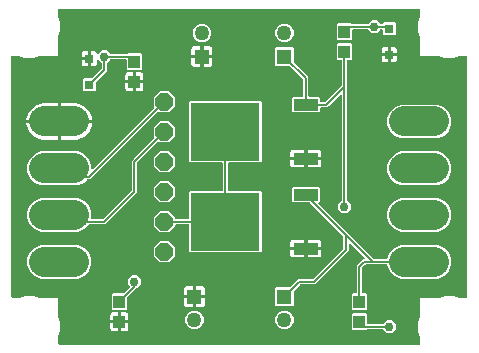
<source format=gbr>
G04 EAGLE Gerber RS-274X export*
G75*
%MOMM*%
%FSLAX34Y34*%
%LPD*%
%INTop Copper*%
%IPPOS*%
%AMOC8*
5,1,8,0,0,1.08239X$1,22.5*%
G01*
%ADD10R,1.258000X1.258000*%
%ADD11C,1.258000*%
%ADD12R,1.000000X1.100000*%
%ADD13R,0.800000X0.800000*%
%ADD14R,2.100000X1.000000*%
%ADD15R,5.850000X4.900000*%
%ADD16C,2.550000*%
%ADD17P,1.632244X8X112.500000*%
%ADD18C,0.152400*%
%ADD19C,0.756400*%

G36*
X355620Y-2498D02*
X355620Y-2498D01*
X355639Y-2500D01*
X355741Y-2478D01*
X355843Y-2461D01*
X355860Y-2452D01*
X355880Y-2448D01*
X355969Y-2395D01*
X356060Y-2346D01*
X356074Y-2332D01*
X356091Y-2322D01*
X356158Y-2243D01*
X356230Y-2168D01*
X356238Y-2150D01*
X356251Y-2135D01*
X356290Y-2039D01*
X356333Y-1945D01*
X356335Y-1925D01*
X356343Y-1907D01*
X356361Y-1740D01*
X356361Y3476D01*
X356359Y3491D01*
X356361Y3507D01*
X356335Y3673D01*
X354839Y9256D01*
X354839Y16144D01*
X356335Y21727D01*
X356337Y21743D01*
X356343Y21758D01*
X356361Y21924D01*
X356361Y37339D01*
X371776Y37339D01*
X371791Y37341D01*
X371807Y37339D01*
X371973Y37365D01*
X377556Y38861D01*
X384444Y38861D01*
X390027Y37365D01*
X390043Y37363D01*
X390058Y37357D01*
X390224Y37339D01*
X395440Y37339D01*
X395460Y37342D01*
X395479Y37340D01*
X395581Y37362D01*
X395683Y37379D01*
X395700Y37388D01*
X395720Y37392D01*
X395809Y37445D01*
X395900Y37494D01*
X395914Y37508D01*
X395931Y37518D01*
X395998Y37597D01*
X396069Y37672D01*
X396078Y37690D01*
X396091Y37705D01*
X396130Y37801D01*
X396173Y37895D01*
X396175Y37915D01*
X396183Y37933D01*
X396201Y38100D01*
X396201Y241300D01*
X396198Y241320D01*
X396200Y241339D01*
X396178Y241441D01*
X396161Y241543D01*
X396152Y241560D01*
X396148Y241580D01*
X396095Y241669D01*
X396046Y241760D01*
X396032Y241774D01*
X396022Y241791D01*
X395943Y241858D01*
X395868Y241930D01*
X395850Y241938D01*
X395835Y241951D01*
X395739Y241990D01*
X395645Y242033D01*
X395625Y242035D01*
X395607Y242043D01*
X395440Y242061D01*
X390224Y242061D01*
X390209Y242059D01*
X390193Y242061D01*
X390027Y242035D01*
X384444Y240539D01*
X377556Y240539D01*
X371973Y242035D01*
X371957Y242037D01*
X371942Y242043D01*
X371776Y242061D01*
X356361Y242061D01*
X356361Y257476D01*
X356359Y257491D01*
X356361Y257507D01*
X356335Y257673D01*
X354839Y263256D01*
X354839Y270144D01*
X356335Y275727D01*
X356337Y275743D01*
X356343Y275758D01*
X356361Y275924D01*
X356361Y281140D01*
X356358Y281160D01*
X356360Y281179D01*
X356338Y281281D01*
X356322Y281383D01*
X356312Y281400D01*
X356308Y281420D01*
X356255Y281509D01*
X356206Y281600D01*
X356192Y281614D01*
X356182Y281631D01*
X356103Y281698D01*
X356028Y281769D01*
X356010Y281778D01*
X355995Y281791D01*
X355899Y281830D01*
X355805Y281873D01*
X355785Y281875D01*
X355767Y281883D01*
X355600Y281901D01*
X50800Y281901D01*
X50780Y281898D01*
X50761Y281900D01*
X50659Y281878D01*
X50557Y281861D01*
X50540Y281852D01*
X50520Y281848D01*
X50431Y281795D01*
X50340Y281746D01*
X50326Y281732D01*
X50309Y281722D01*
X50242Y281643D01*
X50170Y281568D01*
X50162Y281550D01*
X50149Y281535D01*
X50110Y281439D01*
X50067Y281345D01*
X50065Y281325D01*
X50057Y281307D01*
X50039Y281140D01*
X50039Y275924D01*
X50041Y275909D01*
X50039Y275893D01*
X50065Y275727D01*
X51561Y270144D01*
X51561Y263256D01*
X50065Y257673D01*
X50063Y257657D01*
X50057Y257642D01*
X50039Y257476D01*
X50039Y242061D01*
X34624Y242061D01*
X34609Y242059D01*
X34593Y242061D01*
X34427Y242035D01*
X28844Y240539D01*
X21956Y240539D01*
X16373Y242035D01*
X16357Y242037D01*
X16342Y242043D01*
X16176Y242061D01*
X10960Y242061D01*
X10940Y242058D01*
X10921Y242060D01*
X10819Y242038D01*
X10717Y242022D01*
X10700Y242012D01*
X10680Y242008D01*
X10591Y241955D01*
X10500Y241906D01*
X10486Y241892D01*
X10469Y241882D01*
X10402Y241803D01*
X10331Y241728D01*
X10322Y241710D01*
X10309Y241695D01*
X10270Y241599D01*
X10227Y241505D01*
X10225Y241485D01*
X10217Y241467D01*
X10199Y241300D01*
X10199Y38100D01*
X10202Y38080D01*
X10200Y38061D01*
X10222Y37959D01*
X10239Y37857D01*
X10248Y37840D01*
X10252Y37820D01*
X10305Y37731D01*
X10354Y37640D01*
X10368Y37626D01*
X10378Y37609D01*
X10457Y37542D01*
X10532Y37471D01*
X10550Y37462D01*
X10565Y37449D01*
X10661Y37410D01*
X10755Y37367D01*
X10775Y37365D01*
X10793Y37357D01*
X10960Y37339D01*
X16176Y37339D01*
X16191Y37341D01*
X16207Y37339D01*
X16373Y37365D01*
X21956Y38861D01*
X28844Y38861D01*
X34427Y37365D01*
X34443Y37363D01*
X34458Y37357D01*
X34624Y37339D01*
X50039Y37339D01*
X50039Y21924D01*
X50041Y21909D01*
X50039Y21893D01*
X50065Y21727D01*
X51561Y16144D01*
X51561Y9256D01*
X50065Y3673D01*
X50063Y3657D01*
X50057Y3642D01*
X50039Y3476D01*
X50039Y-1740D01*
X50042Y-1760D01*
X50040Y-1779D01*
X50062Y-1881D01*
X50079Y-1983D01*
X50088Y-2000D01*
X50092Y-2020D01*
X50145Y-2109D01*
X50194Y-2200D01*
X50208Y-2214D01*
X50218Y-2231D01*
X50297Y-2298D01*
X50372Y-2369D01*
X50390Y-2378D01*
X50405Y-2391D01*
X50501Y-2430D01*
X50595Y-2473D01*
X50615Y-2475D01*
X50633Y-2483D01*
X50800Y-2501D01*
X355600Y-2501D01*
X355620Y-2498D01*
G37*
%LPC*%
G36*
X161518Y75575D02*
X161518Y75575D01*
X160625Y76468D01*
X160625Y98552D01*
X160622Y98572D01*
X160624Y98591D01*
X160602Y98693D01*
X160586Y98795D01*
X160576Y98812D01*
X160572Y98832D01*
X160519Y98921D01*
X160470Y99012D01*
X160456Y99026D01*
X160446Y99043D01*
X160367Y99110D01*
X160292Y99182D01*
X160274Y99190D01*
X160259Y99203D01*
X160163Y99242D01*
X160069Y99285D01*
X160049Y99287D01*
X160031Y99295D01*
X159864Y99313D01*
X149526Y99313D01*
X149506Y99310D01*
X149487Y99312D01*
X149385Y99290D01*
X149283Y99274D01*
X149266Y99264D01*
X149246Y99260D01*
X149157Y99207D01*
X149066Y99158D01*
X149052Y99144D01*
X149035Y99134D01*
X148968Y99055D01*
X148896Y98980D01*
X148888Y98962D01*
X148875Y98947D01*
X148836Y98851D01*
X148793Y98757D01*
X148791Y98737D01*
X148783Y98719D01*
X148765Y98552D01*
X148765Y97845D01*
X143455Y92535D01*
X135945Y92535D01*
X130635Y97845D01*
X130635Y105355D01*
X135945Y110665D01*
X143455Y110665D01*
X148765Y105355D01*
X148765Y104648D01*
X148768Y104628D01*
X148766Y104609D01*
X148788Y104507D01*
X148804Y104405D01*
X148814Y104388D01*
X148818Y104368D01*
X148871Y104279D01*
X148920Y104188D01*
X148934Y104174D01*
X148944Y104157D01*
X149023Y104090D01*
X149098Y104018D01*
X149116Y104010D01*
X149131Y103997D01*
X149227Y103958D01*
X149321Y103915D01*
X149341Y103913D01*
X149359Y103905D01*
X149526Y103887D01*
X159864Y103887D01*
X159884Y103890D01*
X159903Y103888D01*
X160005Y103910D01*
X160107Y103926D01*
X160124Y103936D01*
X160144Y103940D01*
X160233Y103993D01*
X160324Y104042D01*
X160338Y104056D01*
X160355Y104066D01*
X160422Y104145D01*
X160494Y104220D01*
X160502Y104238D01*
X160515Y104253D01*
X160554Y104349D01*
X160597Y104443D01*
X160599Y104463D01*
X160607Y104481D01*
X160625Y104648D01*
X160625Y126732D01*
X161518Y127625D01*
X188352Y127625D01*
X188372Y127628D01*
X188391Y127626D01*
X188493Y127648D01*
X188595Y127664D01*
X188612Y127674D01*
X188632Y127678D01*
X188721Y127731D01*
X188812Y127780D01*
X188826Y127794D01*
X188843Y127804D01*
X188910Y127883D01*
X188982Y127958D01*
X188990Y127976D01*
X189003Y127991D01*
X189042Y128087D01*
X189085Y128181D01*
X189087Y128201D01*
X189095Y128219D01*
X189113Y128386D01*
X189113Y151014D01*
X189110Y151034D01*
X189112Y151053D01*
X189090Y151155D01*
X189074Y151257D01*
X189064Y151274D01*
X189060Y151294D01*
X189007Y151383D01*
X188958Y151474D01*
X188944Y151488D01*
X188934Y151505D01*
X188855Y151572D01*
X188780Y151644D01*
X188762Y151652D01*
X188747Y151665D01*
X188651Y151704D01*
X188557Y151747D01*
X188537Y151749D01*
X188519Y151757D01*
X188352Y151775D01*
X161518Y151775D01*
X160625Y152668D01*
X160625Y202932D01*
X161518Y203825D01*
X221282Y203825D01*
X222175Y202932D01*
X222175Y152668D01*
X221282Y151775D01*
X194448Y151775D01*
X194428Y151772D01*
X194409Y151774D01*
X194307Y151752D01*
X194205Y151736D01*
X194188Y151726D01*
X194168Y151722D01*
X194079Y151669D01*
X193988Y151620D01*
X193974Y151606D01*
X193957Y151596D01*
X193890Y151517D01*
X193818Y151442D01*
X193810Y151424D01*
X193797Y151409D01*
X193758Y151313D01*
X193715Y151219D01*
X193713Y151199D01*
X193705Y151181D01*
X193687Y151014D01*
X193687Y128386D01*
X193690Y128366D01*
X193688Y128347D01*
X193710Y128245D01*
X193726Y128143D01*
X193736Y128126D01*
X193740Y128106D01*
X193793Y128017D01*
X193842Y127926D01*
X193856Y127912D01*
X193866Y127895D01*
X193945Y127828D01*
X194020Y127756D01*
X194038Y127748D01*
X194053Y127735D01*
X194149Y127696D01*
X194243Y127653D01*
X194263Y127651D01*
X194281Y127643D01*
X194448Y127625D01*
X221282Y127625D01*
X222175Y126732D01*
X222175Y76468D01*
X221282Y75575D01*
X161518Y75575D01*
G37*
%LPD*%
%LPC*%
G36*
X299168Y26875D02*
X299168Y26875D01*
X298275Y27768D01*
X298275Y40032D01*
X299168Y40925D01*
X301752Y40925D01*
X301772Y40928D01*
X301791Y40926D01*
X301893Y40948D01*
X301995Y40964D01*
X302012Y40974D01*
X302032Y40978D01*
X302121Y41031D01*
X302212Y41080D01*
X302226Y41094D01*
X302243Y41104D01*
X302310Y41183D01*
X302382Y41258D01*
X302390Y41276D01*
X302403Y41291D01*
X302442Y41387D01*
X302485Y41481D01*
X302487Y41501D01*
X302495Y41519D01*
X302513Y41686D01*
X302513Y64447D01*
X307953Y69887D01*
X308842Y69887D01*
X308912Y69898D01*
X308984Y69900D01*
X309033Y69918D01*
X309084Y69926D01*
X309148Y69960D01*
X309215Y69985D01*
X309256Y70017D01*
X309302Y70042D01*
X309351Y70093D01*
X309407Y70138D01*
X309435Y70182D01*
X309471Y70220D01*
X309501Y70285D01*
X309540Y70345D01*
X309553Y70396D01*
X309575Y70443D01*
X309583Y70514D01*
X309600Y70584D01*
X309596Y70636D01*
X309602Y70687D01*
X309587Y70758D01*
X309581Y70829D01*
X309561Y70877D01*
X309550Y70928D01*
X309513Y70989D01*
X309485Y71055D01*
X309440Y71111D01*
X309423Y71139D01*
X309406Y71154D01*
X309380Y71186D01*
X297086Y83480D01*
X297028Y83522D01*
X296976Y83571D01*
X296929Y83593D01*
X296887Y83623D01*
X296818Y83644D01*
X296753Y83675D01*
X296701Y83680D01*
X296651Y83696D01*
X296580Y83694D01*
X296509Y83702D01*
X296458Y83691D01*
X296406Y83689D01*
X296338Y83665D01*
X296268Y83650D01*
X296224Y83623D01*
X296175Y83605D01*
X296119Y83560D01*
X296057Y83523D01*
X296023Y83484D01*
X295983Y83451D01*
X295944Y83391D01*
X295897Y83336D01*
X295878Y83288D01*
X295850Y83244D01*
X295832Y83175D01*
X295805Y83108D01*
X295797Y83037D01*
X295789Y83006D01*
X295791Y82982D01*
X295787Y82942D01*
X295787Y76653D01*
X267647Y48513D01*
X255263Y48513D01*
X255172Y48499D01*
X255082Y48491D01*
X255052Y48479D01*
X255020Y48474D01*
X254939Y48431D01*
X254855Y48395D01*
X254823Y48369D01*
X254802Y48358D01*
X254793Y48348D01*
X254792Y48348D01*
X254778Y48333D01*
X254724Y48290D01*
X249338Y42904D01*
X249285Y42830D01*
X249225Y42760D01*
X249213Y42730D01*
X249194Y42704D01*
X249167Y42617D01*
X249133Y42532D01*
X249129Y42491D01*
X249122Y42469D01*
X249123Y42437D01*
X249115Y42365D01*
X249115Y31178D01*
X248222Y30285D01*
X234378Y30285D01*
X233485Y31178D01*
X233485Y45022D01*
X234378Y45915D01*
X245565Y45915D01*
X245656Y45929D01*
X245746Y45937D01*
X245776Y45949D01*
X245808Y45954D01*
X245889Y45997D01*
X245973Y46033D01*
X246005Y46059D01*
X246026Y46070D01*
X246048Y46093D01*
X246104Y46138D01*
X253053Y53087D01*
X265437Y53087D01*
X265528Y53101D01*
X265618Y53109D01*
X265648Y53121D01*
X265680Y53126D01*
X265761Y53169D01*
X265845Y53205D01*
X265877Y53231D01*
X265898Y53242D01*
X265920Y53265D01*
X265976Y53310D01*
X290990Y78324D01*
X291043Y78398D01*
X291103Y78468D01*
X291115Y78498D01*
X291134Y78524D01*
X291161Y78611D01*
X291195Y78696D01*
X291199Y78737D01*
X291206Y78759D01*
X291205Y78791D01*
X291213Y78863D01*
X291213Y89038D01*
X291199Y89128D01*
X291191Y89219D01*
X291179Y89248D01*
X291174Y89280D01*
X291131Y89361D01*
X291095Y89445D01*
X291069Y89477D01*
X291058Y89498D01*
X291035Y89520D01*
X290990Y89576D01*
X262914Y117652D01*
X262840Y117705D01*
X262770Y117765D01*
X262740Y117777D01*
X262714Y117796D01*
X262627Y117823D01*
X262542Y117857D01*
X262501Y117861D01*
X262479Y117868D01*
X262447Y117867D01*
X262376Y117875D01*
X248268Y117875D01*
X247375Y118768D01*
X247375Y130032D01*
X248268Y130925D01*
X270532Y130925D01*
X271425Y130032D01*
X271425Y118768D01*
X270383Y117727D01*
X270372Y117711D01*
X270356Y117698D01*
X270300Y117611D01*
X270240Y117527D01*
X270234Y117508D01*
X270223Y117492D01*
X270198Y117391D01*
X270167Y117292D01*
X270168Y117272D01*
X270163Y117253D01*
X270171Y117150D01*
X270174Y117046D01*
X270181Y117028D01*
X270182Y117008D01*
X270223Y116913D01*
X270258Y116815D01*
X270271Y116800D01*
X270279Y116781D01*
X270383Y116651D01*
X294224Y92810D01*
X296010Y91024D01*
X316924Y70110D01*
X316998Y70057D01*
X317068Y69997D01*
X317098Y69985D01*
X317124Y69966D01*
X317211Y69939D01*
X317296Y69905D01*
X317337Y69901D01*
X317359Y69894D01*
X317391Y69895D01*
X317462Y69887D01*
X327838Y69887D01*
X327952Y69906D01*
X328069Y69923D01*
X328074Y69925D01*
X328080Y69926D01*
X328183Y69981D01*
X328288Y70034D01*
X328292Y70039D01*
X328298Y70042D01*
X328378Y70126D01*
X328460Y70210D01*
X328464Y70216D01*
X328467Y70220D01*
X328475Y70237D01*
X328541Y70357D01*
X330748Y75686D01*
X334764Y79702D01*
X340011Y81875D01*
X371189Y81875D01*
X376436Y79702D01*
X380452Y75686D01*
X382625Y70439D01*
X382625Y64761D01*
X380452Y59514D01*
X376436Y55498D01*
X371189Y53325D01*
X340011Y53325D01*
X334764Y55498D01*
X330748Y59514D01*
X328541Y64843D01*
X328479Y64943D01*
X328419Y65043D01*
X328415Y65047D01*
X328411Y65052D01*
X328322Y65127D01*
X328233Y65203D01*
X328227Y65205D01*
X328222Y65209D01*
X328114Y65251D01*
X328004Y65295D01*
X327997Y65296D01*
X327992Y65297D01*
X327974Y65298D01*
X327838Y65313D01*
X310163Y65313D01*
X310072Y65299D01*
X309982Y65291D01*
X309952Y65279D01*
X309920Y65274D01*
X309839Y65231D01*
X309755Y65195D01*
X309723Y65169D01*
X309702Y65158D01*
X309680Y65135D01*
X309624Y65090D01*
X307310Y62776D01*
X307257Y62702D01*
X307197Y62632D01*
X307185Y62602D01*
X307166Y62576D01*
X307139Y62489D01*
X307105Y62404D01*
X307101Y62363D01*
X307094Y62341D01*
X307095Y62309D01*
X307087Y62237D01*
X307087Y41686D01*
X307090Y41666D01*
X307088Y41647D01*
X307110Y41545D01*
X307126Y41443D01*
X307136Y41426D01*
X307140Y41406D01*
X307193Y41317D01*
X307242Y41226D01*
X307256Y41212D01*
X307266Y41195D01*
X307345Y41128D01*
X307420Y41056D01*
X307438Y41048D01*
X307453Y41035D01*
X307549Y40996D01*
X307643Y40953D01*
X307663Y40951D01*
X307681Y40943D01*
X307848Y40925D01*
X310432Y40925D01*
X311325Y40032D01*
X311325Y27768D01*
X310432Y26875D01*
X299168Y26875D01*
G37*
%LPD*%
%LPC*%
G36*
X35211Y92925D02*
X35211Y92925D01*
X29964Y95098D01*
X25948Y99114D01*
X23775Y104361D01*
X23775Y110039D01*
X25948Y115286D01*
X29964Y119302D01*
X35211Y121475D01*
X66389Y121475D01*
X71636Y119302D01*
X75652Y115286D01*
X77825Y110039D01*
X77825Y104648D01*
X77828Y104628D01*
X77826Y104609D01*
X77848Y104507D01*
X77864Y104405D01*
X77874Y104388D01*
X77878Y104368D01*
X77931Y104279D01*
X77980Y104188D01*
X77994Y104174D01*
X78004Y104157D01*
X78083Y104090D01*
X78158Y104018D01*
X78176Y104010D01*
X78191Y103997D01*
X78287Y103958D01*
X78381Y103915D01*
X78401Y103913D01*
X78419Y103905D01*
X78586Y103887D01*
X87637Y103887D01*
X87728Y103901D01*
X87818Y103909D01*
X87848Y103921D01*
X87880Y103926D01*
X87961Y103969D01*
X88045Y104005D01*
X88077Y104031D01*
X88098Y104042D01*
X88120Y104065D01*
X88176Y104110D01*
X111790Y127724D01*
X111843Y127798D01*
X111903Y127868D01*
X111915Y127898D01*
X111934Y127924D01*
X111961Y128011D01*
X111995Y128096D01*
X111999Y128137D01*
X112006Y128159D01*
X112005Y128191D01*
X112013Y128263D01*
X112013Y153347D01*
X113576Y154910D01*
X131135Y172469D01*
X131147Y172485D01*
X131162Y172498D01*
X131218Y172585D01*
X131279Y172669D01*
X131284Y172688D01*
X131295Y172705D01*
X131321Y172805D01*
X131351Y172904D01*
X131350Y172924D01*
X131355Y172943D01*
X131347Y173046D01*
X131345Y173150D01*
X131338Y173168D01*
X131336Y173188D01*
X131296Y173283D01*
X131260Y173381D01*
X131248Y173396D01*
X131240Y173415D01*
X131135Y173546D01*
X130635Y174045D01*
X130635Y181555D01*
X135945Y186865D01*
X143455Y186865D01*
X148765Y181555D01*
X148765Y174045D01*
X143455Y168735D01*
X135945Y168735D01*
X135446Y169235D01*
X135429Y169247D01*
X135417Y169262D01*
X135330Y169318D01*
X135246Y169379D01*
X135227Y169384D01*
X135210Y169395D01*
X135110Y169421D01*
X135011Y169451D01*
X134991Y169450D01*
X134971Y169455D01*
X134868Y169447D01*
X134765Y169445D01*
X134746Y169438D01*
X134726Y169436D01*
X134631Y169396D01*
X134534Y169360D01*
X134518Y169348D01*
X134500Y169340D01*
X134369Y169235D01*
X116810Y151676D01*
X116757Y151602D01*
X116697Y151532D01*
X116685Y151502D01*
X116666Y151476D01*
X116639Y151389D01*
X116605Y151304D01*
X116601Y151263D01*
X116594Y151241D01*
X116595Y151209D01*
X116587Y151137D01*
X116587Y126053D01*
X89847Y99313D01*
X76166Y99313D01*
X76076Y99299D01*
X75985Y99291D01*
X75955Y99279D01*
X75923Y99274D01*
X75843Y99231D01*
X75759Y99195D01*
X75727Y99169D01*
X75706Y99158D01*
X75684Y99135D01*
X75628Y99090D01*
X71636Y95098D01*
X66389Y92925D01*
X35211Y92925D01*
G37*
%LPD*%
%LPC*%
G36*
X35211Y132525D02*
X35211Y132525D01*
X29964Y134698D01*
X25948Y138714D01*
X23775Y143961D01*
X23775Y149639D01*
X25948Y154886D01*
X29964Y158902D01*
X35211Y161075D01*
X66389Y161075D01*
X71636Y158902D01*
X75652Y154886D01*
X77825Y149639D01*
X77825Y146396D01*
X77836Y146326D01*
X77838Y146254D01*
X77856Y146205D01*
X77864Y146154D01*
X77898Y146090D01*
X77923Y146023D01*
X77955Y145982D01*
X77980Y145936D01*
X78031Y145887D01*
X78076Y145831D01*
X78120Y145803D01*
X78158Y145767D01*
X78223Y145737D01*
X78283Y145698D01*
X78334Y145685D01*
X78381Y145663D01*
X78452Y145655D01*
X78522Y145638D01*
X78574Y145642D01*
X78625Y145636D01*
X78696Y145651D01*
X78767Y145657D01*
X78815Y145677D01*
X78866Y145688D01*
X78927Y145725D01*
X78993Y145753D01*
X79049Y145798D01*
X79077Y145815D01*
X79092Y145832D01*
X79124Y145858D01*
X131135Y197869D01*
X131147Y197885D01*
X131162Y197898D01*
X131218Y197985D01*
X131279Y198069D01*
X131284Y198088D01*
X131295Y198105D01*
X131321Y198205D01*
X131351Y198304D01*
X131350Y198324D01*
X131355Y198343D01*
X131347Y198446D01*
X131345Y198550D01*
X131338Y198568D01*
X131336Y198588D01*
X131296Y198683D01*
X131260Y198781D01*
X131248Y198796D01*
X131240Y198815D01*
X131135Y198946D01*
X130635Y199445D01*
X130635Y206955D01*
X135945Y212265D01*
X143455Y212265D01*
X148765Y206955D01*
X148765Y199445D01*
X143455Y194135D01*
X135945Y194135D01*
X135446Y194635D01*
X135429Y194647D01*
X135417Y194662D01*
X135330Y194718D01*
X135246Y194779D01*
X135227Y194784D01*
X135210Y194795D01*
X135110Y194821D01*
X135011Y194851D01*
X134991Y194850D01*
X134971Y194855D01*
X134868Y194847D01*
X134765Y194845D01*
X134746Y194838D01*
X134726Y194836D01*
X134631Y194796D01*
X134534Y194760D01*
X134518Y194748D01*
X134500Y194740D01*
X134369Y194635D01*
X77147Y137413D01*
X74666Y137413D01*
X74576Y137399D01*
X74485Y137391D01*
X74455Y137379D01*
X74423Y137374D01*
X74343Y137331D01*
X74259Y137295D01*
X74227Y137269D01*
X74206Y137258D01*
X74184Y137235D01*
X74128Y137190D01*
X71636Y134698D01*
X66389Y132525D01*
X35211Y132525D01*
G37*
%LPD*%
%LPC*%
G36*
X289902Y108993D02*
X289902Y108993D01*
X286793Y112102D01*
X286793Y116498D01*
X289590Y119295D01*
X289643Y119369D01*
X289703Y119439D01*
X289715Y119469D01*
X289734Y119495D01*
X289761Y119582D01*
X289795Y119667D01*
X289799Y119708D01*
X289806Y119730D01*
X289805Y119762D01*
X289813Y119833D01*
X289813Y208542D01*
X289802Y208612D01*
X289800Y208684D01*
X289782Y208733D01*
X289774Y208784D01*
X289740Y208848D01*
X289715Y208915D01*
X289683Y208956D01*
X289658Y209002D01*
X289606Y209051D01*
X289562Y209107D01*
X289518Y209135D01*
X289480Y209171D01*
X289415Y209201D01*
X289355Y209240D01*
X289304Y209253D01*
X289257Y209275D01*
X289186Y209283D01*
X289116Y209300D01*
X289064Y209296D01*
X289013Y209302D01*
X288942Y209287D01*
X288871Y209281D01*
X288823Y209261D01*
X288772Y209250D01*
X288711Y209213D01*
X288645Y209185D01*
X288589Y209140D01*
X288561Y209123D01*
X288546Y209106D01*
X288514Y209080D01*
X279310Y199876D01*
X277747Y198313D01*
X272186Y198313D01*
X272166Y198310D01*
X272147Y198312D01*
X272045Y198290D01*
X271943Y198274D01*
X271926Y198264D01*
X271906Y198260D01*
X271817Y198207D01*
X271726Y198158D01*
X271712Y198144D01*
X271695Y198134D01*
X271628Y198055D01*
X271556Y197980D01*
X271548Y197962D01*
X271535Y197947D01*
X271496Y197851D01*
X271453Y197757D01*
X271451Y197737D01*
X271443Y197719D01*
X271425Y197552D01*
X271425Y194968D01*
X270532Y194075D01*
X248268Y194075D01*
X247375Y194968D01*
X247375Y206232D01*
X248268Y207125D01*
X256352Y207125D01*
X256372Y207128D01*
X256391Y207126D01*
X256493Y207148D01*
X256595Y207164D01*
X256612Y207174D01*
X256632Y207178D01*
X256721Y207231D01*
X256812Y207280D01*
X256826Y207294D01*
X256843Y207304D01*
X256910Y207383D01*
X256982Y207458D01*
X256990Y207476D01*
X257003Y207491D01*
X257042Y207587D01*
X257085Y207681D01*
X257087Y207701D01*
X257095Y207719D01*
X257113Y207886D01*
X257113Y221937D01*
X257099Y222028D01*
X257091Y222118D01*
X257079Y222148D01*
X257074Y222180D01*
X257031Y222261D01*
X256995Y222345D01*
X256969Y222377D01*
X256958Y222398D01*
X256935Y222420D01*
X256890Y222476D01*
X246104Y233262D01*
X246030Y233315D01*
X245960Y233375D01*
X245930Y233387D01*
X245904Y233406D01*
X245817Y233433D01*
X245732Y233467D01*
X245691Y233471D01*
X245669Y233478D01*
X245637Y233477D01*
X245566Y233485D01*
X234378Y233485D01*
X233485Y234378D01*
X233485Y248222D01*
X234378Y249115D01*
X248222Y249115D01*
X249115Y248222D01*
X249115Y237034D01*
X249129Y236944D01*
X249137Y236853D01*
X249149Y236824D01*
X249154Y236792D01*
X249197Y236711D01*
X249233Y236627D01*
X249259Y236595D01*
X249270Y236574D01*
X249293Y236552D01*
X249338Y236496D01*
X260124Y225710D01*
X261687Y224147D01*
X261687Y207886D01*
X261690Y207866D01*
X261688Y207847D01*
X261710Y207745D01*
X261726Y207643D01*
X261736Y207626D01*
X261740Y207606D01*
X261793Y207517D01*
X261842Y207426D01*
X261856Y207412D01*
X261866Y207395D01*
X261945Y207328D01*
X262020Y207256D01*
X262038Y207248D01*
X262053Y207235D01*
X262149Y207196D01*
X262243Y207153D01*
X262263Y207151D01*
X262281Y207143D01*
X262448Y207125D01*
X270532Y207125D01*
X271425Y206232D01*
X271425Y203648D01*
X271428Y203628D01*
X271426Y203609D01*
X271448Y203507D01*
X271464Y203405D01*
X271474Y203388D01*
X271478Y203368D01*
X271531Y203279D01*
X271580Y203188D01*
X271594Y203174D01*
X271604Y203157D01*
X271683Y203090D01*
X271758Y203018D01*
X271776Y203010D01*
X271791Y202997D01*
X271887Y202958D01*
X271981Y202915D01*
X272001Y202913D01*
X272019Y202905D01*
X272186Y202887D01*
X275537Y202887D01*
X275628Y202901D01*
X275718Y202909D01*
X275748Y202921D01*
X275780Y202926D01*
X275861Y202969D01*
X275945Y203005D01*
X275977Y203031D01*
X275998Y203042D01*
X276020Y203065D01*
X276076Y203110D01*
X289590Y216624D01*
X289643Y216698D01*
X289703Y216768D01*
X289715Y216798D01*
X289734Y216824D01*
X289761Y216911D01*
X289795Y216996D01*
X289799Y217037D01*
X289806Y217059D01*
X289805Y217091D01*
X289813Y217163D01*
X289813Y237714D01*
X289810Y237734D01*
X289812Y237753D01*
X289790Y237855D01*
X289774Y237957D01*
X289764Y237974D01*
X289760Y237994D01*
X289707Y238083D01*
X289658Y238174D01*
X289644Y238188D01*
X289634Y238205D01*
X289555Y238272D01*
X289480Y238344D01*
X289462Y238352D01*
X289447Y238365D01*
X289351Y238404D01*
X289257Y238447D01*
X289237Y238449D01*
X289219Y238457D01*
X289052Y238475D01*
X286468Y238475D01*
X285575Y239368D01*
X285575Y251632D01*
X286468Y252525D01*
X297732Y252525D01*
X298625Y251632D01*
X298625Y239368D01*
X297732Y238475D01*
X295148Y238475D01*
X295128Y238472D01*
X295109Y238474D01*
X295007Y238452D01*
X294905Y238436D01*
X294888Y238426D01*
X294868Y238422D01*
X294779Y238369D01*
X294688Y238320D01*
X294674Y238306D01*
X294657Y238296D01*
X294590Y238217D01*
X294518Y238142D01*
X294510Y238124D01*
X294497Y238109D01*
X294458Y238013D01*
X294415Y237919D01*
X294413Y237899D01*
X294405Y237881D01*
X294387Y237714D01*
X294387Y119833D01*
X294401Y119743D01*
X294409Y119652D01*
X294421Y119623D01*
X294426Y119591D01*
X294469Y119510D01*
X294505Y119426D01*
X294531Y119394D01*
X294542Y119373D01*
X294565Y119351D01*
X294610Y119295D01*
X297407Y116498D01*
X297407Y112102D01*
X294298Y108993D01*
X289902Y108993D01*
G37*
%LPD*%
%LPC*%
G36*
X35211Y53325D02*
X35211Y53325D01*
X29964Y55498D01*
X25948Y59514D01*
X23775Y64761D01*
X23775Y70439D01*
X25948Y75686D01*
X29964Y79702D01*
X35211Y81875D01*
X66389Y81875D01*
X71636Y79702D01*
X75652Y75686D01*
X77825Y70439D01*
X77825Y64761D01*
X75652Y59514D01*
X71636Y55498D01*
X66389Y53325D01*
X35211Y53325D01*
G37*
%LPD*%
%LPC*%
G36*
X340011Y132525D02*
X340011Y132525D01*
X334764Y134698D01*
X330748Y138714D01*
X328575Y143961D01*
X328575Y149639D01*
X330748Y154886D01*
X334764Y158902D01*
X340011Y161075D01*
X371189Y161075D01*
X376436Y158902D01*
X380452Y154886D01*
X382625Y149639D01*
X382625Y143961D01*
X380452Y138714D01*
X376436Y134698D01*
X371189Y132525D01*
X340011Y132525D01*
G37*
%LPD*%
%LPC*%
G36*
X340011Y92925D02*
X340011Y92925D01*
X334764Y95098D01*
X330748Y99114D01*
X328575Y104361D01*
X328575Y110039D01*
X330748Y115286D01*
X334764Y119302D01*
X340011Y121475D01*
X371189Y121475D01*
X376436Y119302D01*
X380452Y115286D01*
X382625Y110039D01*
X382625Y104361D01*
X380452Y99114D01*
X376436Y95098D01*
X371189Y92925D01*
X340011Y92925D01*
G37*
%LPD*%
%LPC*%
G36*
X340011Y172125D02*
X340011Y172125D01*
X334764Y174298D01*
X330748Y178314D01*
X328575Y183561D01*
X328575Y189239D01*
X330748Y194486D01*
X334764Y198502D01*
X340011Y200675D01*
X371189Y200675D01*
X376436Y198502D01*
X380452Y194486D01*
X382625Y189239D01*
X382625Y183561D01*
X380452Y178314D01*
X376436Y174298D01*
X371189Y172125D01*
X340011Y172125D01*
G37*
%LPD*%
%LPC*%
G36*
X71568Y212075D02*
X71568Y212075D01*
X70675Y212968D01*
X70675Y222232D01*
X71568Y223125D01*
X78175Y223125D01*
X78266Y223139D01*
X78356Y223147D01*
X78386Y223159D01*
X78418Y223164D01*
X78499Y223207D01*
X78583Y223243D01*
X78615Y223269D01*
X78636Y223280D01*
X78658Y223303D01*
X78714Y223348D01*
X86390Y231024D01*
X86443Y231098D01*
X86503Y231168D01*
X86515Y231198D01*
X86534Y231224D01*
X86561Y231311D01*
X86595Y231396D01*
X86599Y231437D01*
X86606Y231459D01*
X86605Y231491D01*
X86613Y231563D01*
X86613Y235767D01*
X86608Y235801D01*
X86609Y235810D01*
X86599Y235855D01*
X86599Y235857D01*
X86591Y235948D01*
X86579Y235977D01*
X86574Y236009D01*
X86559Y236036D01*
X86556Y236050D01*
X86527Y236100D01*
X86495Y236174D01*
X86469Y236206D01*
X86458Y236227D01*
X86441Y236244D01*
X86430Y236261D01*
X86415Y236274D01*
X86390Y236305D01*
X84040Y238655D01*
X83982Y238697D01*
X83930Y238746D01*
X83883Y238768D01*
X83841Y238798D01*
X83772Y238820D01*
X83707Y238850D01*
X83655Y238855D01*
X83605Y238871D01*
X83534Y238869D01*
X83463Y238877D01*
X83412Y238866D01*
X83360Y238864D01*
X83292Y238840D01*
X83222Y238825D01*
X83177Y238798D01*
X83129Y238780D01*
X83073Y238735D01*
X83011Y238698D01*
X82977Y238659D01*
X82937Y238626D01*
X82898Y238566D01*
X82851Y238511D01*
X82832Y238463D01*
X82804Y238419D01*
X82786Y238350D01*
X82759Y238283D01*
X82751Y238212D01*
X82743Y238181D01*
X82745Y238158D01*
X82741Y238117D01*
X82741Y235266D01*
X82568Y234619D01*
X82233Y234040D01*
X81760Y233567D01*
X81181Y233232D01*
X80534Y233059D01*
X77723Y233059D01*
X77723Y238838D01*
X77721Y238848D01*
X77722Y238855D01*
X77720Y238862D01*
X77722Y238877D01*
X77700Y238979D01*
X77683Y239081D01*
X77674Y239098D01*
X77670Y239118D01*
X77617Y239207D01*
X77568Y239298D01*
X77554Y239312D01*
X77544Y239329D01*
X77465Y239396D01*
X77390Y239467D01*
X77372Y239476D01*
X77357Y239489D01*
X77261Y239528D01*
X77167Y239571D01*
X77147Y239573D01*
X77129Y239581D01*
X76962Y239599D01*
X76199Y239599D01*
X76199Y239601D01*
X76962Y239601D01*
X76982Y239604D01*
X77001Y239602D01*
X77103Y239624D01*
X77205Y239641D01*
X77222Y239650D01*
X77242Y239654D01*
X77331Y239707D01*
X77422Y239756D01*
X77436Y239770D01*
X77453Y239780D01*
X77520Y239859D01*
X77591Y239934D01*
X77600Y239952D01*
X77613Y239967D01*
X77652Y240063D01*
X77695Y240157D01*
X77697Y240177D01*
X77705Y240195D01*
X77723Y240362D01*
X77723Y246141D01*
X80534Y246141D01*
X81181Y245968D01*
X81760Y245633D01*
X82233Y245160D01*
X82568Y244581D01*
X82672Y244192D01*
X82711Y244105D01*
X82744Y244015D01*
X82761Y243993D01*
X82773Y243967D01*
X82838Y243898D01*
X82897Y243823D01*
X82921Y243808D01*
X82940Y243787D01*
X83024Y243742D01*
X83104Y243690D01*
X83132Y243683D01*
X83157Y243670D01*
X83250Y243653D01*
X83343Y243630D01*
X83371Y243632D01*
X83399Y243627D01*
X83493Y243642D01*
X83588Y243649D01*
X83614Y243660D01*
X83642Y243664D01*
X83727Y243708D01*
X83814Y243745D01*
X83842Y243768D01*
X83861Y243777D01*
X83884Y243801D01*
X83945Y243850D01*
X86702Y246607D01*
X91098Y246607D01*
X93895Y243810D01*
X93969Y243757D01*
X94039Y243697D01*
X94069Y243685D01*
X94095Y243666D01*
X94182Y243639D01*
X94267Y243605D01*
X94308Y243601D01*
X94330Y243594D01*
X94362Y243595D01*
X94433Y243587D01*
X107815Y243587D01*
X107905Y243601D01*
X107996Y243609D01*
X108026Y243621D01*
X108058Y243626D01*
X108139Y243669D01*
X108222Y243705D01*
X108255Y243731D01*
X108275Y243742D01*
X108297Y243765D01*
X108353Y243810D01*
X108668Y244125D01*
X119932Y244125D01*
X120825Y243232D01*
X120825Y230968D01*
X119932Y230075D01*
X108668Y230075D01*
X107775Y230968D01*
X107775Y238252D01*
X107772Y238272D01*
X107774Y238291D01*
X107752Y238393D01*
X107736Y238495D01*
X107726Y238512D01*
X107722Y238532D01*
X107669Y238621D01*
X107620Y238712D01*
X107606Y238726D01*
X107596Y238743D01*
X107517Y238810D01*
X107442Y238882D01*
X107424Y238890D01*
X107409Y238903D01*
X107313Y238942D01*
X107219Y238985D01*
X107199Y238987D01*
X107181Y238995D01*
X107014Y239013D01*
X94433Y239013D01*
X94343Y238999D01*
X94252Y238991D01*
X94223Y238979D01*
X94191Y238974D01*
X94110Y238931D01*
X94026Y238895D01*
X93994Y238869D01*
X93973Y238858D01*
X93951Y238835D01*
X93895Y238790D01*
X91410Y236305D01*
X91367Y236246D01*
X91322Y236198D01*
X91314Y236181D01*
X91297Y236161D01*
X91285Y236131D01*
X91266Y236105D01*
X91241Y236024D01*
X91218Y235975D01*
X91217Y235963D01*
X91205Y235933D01*
X91201Y235892D01*
X91194Y235870D01*
X91195Y235838D01*
X91187Y235767D01*
X91187Y229353D01*
X81948Y220114D01*
X81895Y220040D01*
X81835Y219970D01*
X81823Y219940D01*
X81804Y219914D01*
X81777Y219827D01*
X81743Y219742D01*
X81739Y219701D01*
X81732Y219679D01*
X81733Y219647D01*
X81725Y219575D01*
X81725Y212968D01*
X80832Y212075D01*
X71568Y212075D01*
G37*
%LPD*%
%LPC*%
G36*
X286468Y255475D02*
X286468Y255475D01*
X285575Y256368D01*
X285575Y268632D01*
X286468Y269525D01*
X297732Y269525D01*
X298047Y269210D01*
X298121Y269157D01*
X298190Y269097D01*
X298220Y269085D01*
X298246Y269066D01*
X298333Y269039D01*
X298418Y269005D01*
X298459Y269001D01*
X298481Y268994D01*
X298514Y268995D01*
X298585Y268987D01*
X311967Y268987D01*
X312057Y269001D01*
X312148Y269009D01*
X312177Y269021D01*
X312209Y269026D01*
X312290Y269069D01*
X312374Y269105D01*
X312406Y269131D01*
X312427Y269142D01*
X312449Y269165D01*
X312505Y269210D01*
X315302Y272007D01*
X319698Y272007D01*
X322495Y269210D01*
X322569Y269157D01*
X322639Y269097D01*
X322669Y269085D01*
X322695Y269066D01*
X322782Y269039D01*
X322867Y269005D01*
X322908Y269001D01*
X322930Y268994D01*
X322962Y268995D01*
X323033Y268987D01*
X323914Y268987D01*
X323934Y268990D01*
X323953Y268988D01*
X324055Y269010D01*
X324157Y269026D01*
X324174Y269036D01*
X324194Y269040D01*
X324283Y269093D01*
X324374Y269142D01*
X324388Y269156D01*
X324405Y269166D01*
X324472Y269245D01*
X324544Y269320D01*
X324552Y269338D01*
X324565Y269353D01*
X324604Y269449D01*
X324647Y269543D01*
X324649Y269563D01*
X324657Y269581D01*
X324661Y269617D01*
X325568Y270525D01*
X334832Y270525D01*
X335725Y269632D01*
X335725Y260368D01*
X334832Y259475D01*
X325568Y259475D01*
X324675Y260368D01*
X324675Y263652D01*
X324672Y263672D01*
X324674Y263691D01*
X324652Y263793D01*
X324636Y263895D01*
X324626Y263912D01*
X324622Y263932D01*
X324569Y264021D01*
X324520Y264112D01*
X324506Y264126D01*
X324496Y264143D01*
X324417Y264210D01*
X324342Y264282D01*
X324324Y264290D01*
X324309Y264303D01*
X324213Y264342D01*
X324119Y264385D01*
X324099Y264387D01*
X324081Y264395D01*
X323914Y264413D01*
X323033Y264413D01*
X322943Y264399D01*
X322852Y264391D01*
X322823Y264379D01*
X322791Y264374D01*
X322710Y264331D01*
X322626Y264295D01*
X322594Y264269D01*
X322573Y264258D01*
X322551Y264235D01*
X322495Y264190D01*
X319698Y261393D01*
X315302Y261393D01*
X312505Y264190D01*
X312431Y264243D01*
X312361Y264303D01*
X312331Y264315D01*
X312305Y264334D01*
X312218Y264361D01*
X312133Y264395D01*
X312092Y264399D01*
X312070Y264406D01*
X312038Y264405D01*
X311967Y264413D01*
X299386Y264413D01*
X299366Y264410D01*
X299347Y264412D01*
X299245Y264390D01*
X299143Y264374D01*
X299126Y264364D01*
X299106Y264360D01*
X299017Y264307D01*
X298926Y264258D01*
X298912Y264244D01*
X298895Y264234D01*
X298828Y264155D01*
X298756Y264080D01*
X298748Y264062D01*
X298735Y264047D01*
X298696Y263951D01*
X298653Y263857D01*
X298651Y263837D01*
X298643Y263819D01*
X298625Y263652D01*
X298625Y256368D01*
X297732Y255475D01*
X286468Y255475D01*
G37*
%LPD*%
%LPC*%
G36*
X328002Y7393D02*
X328002Y7393D01*
X325205Y10190D01*
X325131Y10243D01*
X325061Y10303D01*
X325031Y10315D01*
X325005Y10334D01*
X324918Y10361D01*
X324833Y10395D01*
X324792Y10399D01*
X324770Y10406D01*
X324738Y10405D01*
X324667Y10413D01*
X311285Y10413D01*
X311195Y10399D01*
X311104Y10391D01*
X311074Y10379D01*
X311042Y10374D01*
X310962Y10331D01*
X310878Y10295D01*
X310845Y10269D01*
X310825Y10258D01*
X310803Y10235D01*
X310747Y10190D01*
X310432Y9875D01*
X299168Y9875D01*
X298275Y10768D01*
X298275Y23032D01*
X299168Y23925D01*
X310432Y23925D01*
X311325Y23032D01*
X311325Y15748D01*
X311327Y15737D01*
X311326Y15729D01*
X311327Y15722D01*
X311326Y15709D01*
X311348Y15607D01*
X311364Y15505D01*
X311374Y15488D01*
X311378Y15468D01*
X311431Y15379D01*
X311480Y15288D01*
X311494Y15274D01*
X311504Y15257D01*
X311583Y15190D01*
X311658Y15118D01*
X311676Y15110D01*
X311691Y15097D01*
X311787Y15058D01*
X311881Y15015D01*
X311901Y15013D01*
X311919Y15005D01*
X312086Y14987D01*
X324667Y14987D01*
X324757Y15001D01*
X324848Y15009D01*
X324877Y15021D01*
X324909Y15026D01*
X324990Y15069D01*
X325074Y15105D01*
X325106Y15131D01*
X325127Y15142D01*
X325145Y15161D01*
X325148Y15162D01*
X325153Y15168D01*
X325205Y15210D01*
X328002Y18007D01*
X332398Y18007D01*
X335507Y14898D01*
X335507Y10502D01*
X332398Y7393D01*
X328002Y7393D01*
G37*
%LPD*%
%LPC*%
G36*
X52323Y187923D02*
X52323Y187923D01*
X52323Y201691D01*
X64753Y201691D01*
X67131Y201314D01*
X69420Y200570D01*
X71564Y199478D01*
X73511Y198063D01*
X75213Y196361D01*
X76628Y194414D01*
X77720Y192270D01*
X78464Y189981D01*
X78790Y187923D01*
X52323Y187923D01*
G37*
%LPD*%
%LPC*%
G36*
X22810Y187923D02*
X22810Y187923D01*
X23136Y189981D01*
X23880Y192270D01*
X24972Y194414D01*
X26387Y196361D01*
X28089Y198063D01*
X30036Y199478D01*
X32180Y200570D01*
X34469Y201314D01*
X36847Y201691D01*
X49277Y201691D01*
X49277Y187923D01*
X22810Y187923D01*
G37*
%LPD*%
%LPC*%
G36*
X52323Y171109D02*
X52323Y171109D01*
X52323Y184877D01*
X78790Y184877D01*
X78464Y182819D01*
X77720Y180530D01*
X76628Y178386D01*
X75213Y176439D01*
X73511Y174737D01*
X71564Y173322D01*
X69420Y172230D01*
X67131Y171486D01*
X64753Y171109D01*
X52323Y171109D01*
G37*
%LPD*%
%LPC*%
G36*
X36847Y171109D02*
X36847Y171109D01*
X34469Y171486D01*
X32180Y172230D01*
X30036Y173322D01*
X28089Y174737D01*
X26387Y176439D01*
X24972Y178386D01*
X23880Y180530D01*
X23136Y182819D01*
X22810Y184877D01*
X49277Y184877D01*
X49277Y171109D01*
X36847Y171109D01*
G37*
%LPD*%
%LPC*%
G36*
X95968Y26875D02*
X95968Y26875D01*
X95075Y27768D01*
X95075Y40032D01*
X95968Y40925D01*
X105075Y40925D01*
X105166Y40939D01*
X105256Y40947D01*
X105286Y40959D01*
X105318Y40964D01*
X105399Y41007D01*
X105483Y41043D01*
X105515Y41069D01*
X105536Y41080D01*
X105558Y41103D01*
X105614Y41148D01*
X110492Y46026D01*
X110504Y46042D01*
X110520Y46055D01*
X110576Y46142D01*
X110636Y46226D01*
X110642Y46245D01*
X110653Y46262D01*
X110678Y46362D01*
X110708Y46461D01*
X110708Y46481D01*
X110713Y46500D01*
X110705Y46603D01*
X110702Y46707D01*
X110695Y46726D01*
X110693Y46746D01*
X110653Y46840D01*
X110617Y46938D01*
X110605Y46954D01*
X110597Y46972D01*
X110492Y47103D01*
X108993Y48602D01*
X108993Y52998D01*
X112102Y56107D01*
X116498Y56107D01*
X119607Y52998D01*
X119607Y48602D01*
X116413Y45408D01*
X116335Y45375D01*
X116303Y45349D01*
X116282Y45338D01*
X116260Y45315D01*
X116204Y45270D01*
X108348Y37414D01*
X108295Y37340D01*
X108235Y37270D01*
X108223Y37240D01*
X108204Y37214D01*
X108177Y37127D01*
X108143Y37042D01*
X108139Y37001D01*
X108132Y36979D01*
X108133Y36947D01*
X108125Y36875D01*
X108125Y27768D01*
X107232Y26875D01*
X95968Y26875D01*
G37*
%LPD*%
%LPC*%
G36*
X135945Y117935D02*
X135945Y117935D01*
X130635Y123245D01*
X130635Y130755D01*
X135945Y136065D01*
X143455Y136065D01*
X148765Y130755D01*
X148765Y123245D01*
X143455Y117935D01*
X135945Y117935D01*
G37*
%LPD*%
%LPC*%
G36*
X135945Y67135D02*
X135945Y67135D01*
X130635Y72445D01*
X130635Y79955D01*
X135945Y85265D01*
X143455Y85265D01*
X148765Y79955D01*
X148765Y72445D01*
X143455Y67135D01*
X135945Y67135D01*
G37*
%LPD*%
%LPC*%
G36*
X135945Y143335D02*
X135945Y143335D01*
X130635Y148645D01*
X130635Y156155D01*
X135945Y161465D01*
X143455Y161465D01*
X148765Y156155D01*
X148765Y148645D01*
X143455Y143335D01*
X135945Y143335D01*
G37*
%LPD*%
%LPC*%
G36*
X169896Y253485D02*
X169896Y253485D01*
X167023Y254675D01*
X164825Y256873D01*
X163635Y259746D01*
X163635Y262854D01*
X164825Y265727D01*
X167023Y267925D01*
X169896Y269115D01*
X173004Y269115D01*
X175877Y267925D01*
X178075Y265727D01*
X179265Y262854D01*
X179265Y259746D01*
X178075Y256873D01*
X175877Y254675D01*
X173004Y253485D01*
X169896Y253485D01*
G37*
%LPD*%
%LPC*%
G36*
X239746Y253485D02*
X239746Y253485D01*
X236873Y254675D01*
X234675Y256873D01*
X233485Y259746D01*
X233485Y262854D01*
X234675Y265727D01*
X236873Y267925D01*
X239746Y269115D01*
X242854Y269115D01*
X245727Y267925D01*
X247925Y265727D01*
X249115Y262854D01*
X249115Y259746D01*
X247925Y256873D01*
X245727Y254675D01*
X242854Y253485D01*
X239746Y253485D01*
G37*
%LPD*%
%LPC*%
G36*
X239746Y10285D02*
X239746Y10285D01*
X236873Y11475D01*
X234675Y13673D01*
X233485Y16546D01*
X233485Y19654D01*
X234675Y22527D01*
X236873Y24725D01*
X239746Y25915D01*
X242854Y25915D01*
X245727Y24725D01*
X247925Y22527D01*
X249115Y19654D01*
X249115Y16546D01*
X247925Y13673D01*
X245727Y11475D01*
X242854Y10285D01*
X239746Y10285D01*
G37*
%LPD*%
%LPC*%
G36*
X163546Y10285D02*
X163546Y10285D01*
X160673Y11475D01*
X158475Y13673D01*
X157285Y16546D01*
X157285Y19654D01*
X158475Y22527D01*
X160673Y24725D01*
X163546Y25915D01*
X166654Y25915D01*
X169527Y24725D01*
X171725Y22527D01*
X172915Y19654D01*
X172915Y16546D01*
X171725Y13673D01*
X169527Y11475D01*
X166654Y10285D01*
X163546Y10285D01*
G37*
%LPD*%
%LPC*%
G36*
X260923Y156523D02*
X260923Y156523D01*
X260923Y162541D01*
X270234Y162541D01*
X270881Y162368D01*
X271460Y162033D01*
X271933Y161560D01*
X272268Y160981D01*
X272441Y160334D01*
X272441Y156523D01*
X260923Y156523D01*
G37*
%LPD*%
%LPC*%
G36*
X260923Y80323D02*
X260923Y80323D01*
X260923Y86341D01*
X270234Y86341D01*
X270881Y86168D01*
X271460Y85833D01*
X271933Y85360D01*
X272268Y84781D01*
X272441Y84134D01*
X272441Y80323D01*
X260923Y80323D01*
G37*
%LPD*%
%LPC*%
G36*
X246359Y80323D02*
X246359Y80323D01*
X246359Y84134D01*
X246532Y84781D01*
X246867Y85360D01*
X247340Y85833D01*
X247919Y86168D01*
X248566Y86341D01*
X257877Y86341D01*
X257877Y80323D01*
X246359Y80323D01*
G37*
%LPD*%
%LPC*%
G36*
X246359Y156523D02*
X246359Y156523D01*
X246359Y160334D01*
X246532Y160981D01*
X246867Y161560D01*
X247340Y162033D01*
X247919Y162368D01*
X248566Y162541D01*
X257877Y162541D01*
X257877Y156523D01*
X246359Y156523D01*
G37*
%LPD*%
%LPC*%
G36*
X260923Y147459D02*
X260923Y147459D01*
X260923Y153477D01*
X272441Y153477D01*
X272441Y149666D01*
X272268Y149019D01*
X271933Y148440D01*
X271460Y147967D01*
X270881Y147632D01*
X270234Y147459D01*
X260923Y147459D01*
G37*
%LPD*%
%LPC*%
G36*
X260923Y71259D02*
X260923Y71259D01*
X260923Y77277D01*
X272441Y77277D01*
X272441Y73466D01*
X272268Y72819D01*
X271933Y72240D01*
X271460Y71767D01*
X270881Y71432D01*
X270234Y71259D01*
X260923Y71259D01*
G37*
%LPD*%
%LPC*%
G36*
X248566Y71259D02*
X248566Y71259D01*
X247919Y71432D01*
X247340Y71767D01*
X246867Y72240D01*
X246532Y72819D01*
X246359Y73466D01*
X246359Y77277D01*
X257877Y77277D01*
X257877Y71259D01*
X248566Y71259D01*
G37*
%LPD*%
%LPC*%
G36*
X248566Y147459D02*
X248566Y147459D01*
X247919Y147632D01*
X247340Y147967D01*
X246867Y148440D01*
X246532Y149019D01*
X246359Y149666D01*
X246359Y153477D01*
X257877Y153477D01*
X257877Y147459D01*
X248566Y147459D01*
G37*
%LPD*%
%LPC*%
G36*
X166623Y39623D02*
X166623Y39623D01*
X166623Y46931D01*
X171724Y46931D01*
X172371Y46758D01*
X172950Y46423D01*
X173423Y45950D01*
X173758Y45371D01*
X173931Y44724D01*
X173931Y39623D01*
X166623Y39623D01*
G37*
%LPD*%
%LPC*%
G36*
X172973Y242823D02*
X172973Y242823D01*
X172973Y250131D01*
X178074Y250131D01*
X178721Y249958D01*
X179300Y249623D01*
X179773Y249150D01*
X180108Y248571D01*
X180281Y247924D01*
X180281Y242823D01*
X172973Y242823D01*
G37*
%LPD*%
%LPC*%
G36*
X156269Y39623D02*
X156269Y39623D01*
X156269Y44724D01*
X156442Y45371D01*
X156777Y45950D01*
X157250Y46423D01*
X157829Y46758D01*
X158476Y46931D01*
X163577Y46931D01*
X163577Y39623D01*
X156269Y39623D01*
G37*
%LPD*%
%LPC*%
G36*
X166623Y29269D02*
X166623Y29269D01*
X166623Y36577D01*
X173931Y36577D01*
X173931Y31476D01*
X173758Y30829D01*
X173423Y30250D01*
X172950Y29777D01*
X172371Y29442D01*
X171724Y29269D01*
X166623Y29269D01*
G37*
%LPD*%
%LPC*%
G36*
X162619Y242823D02*
X162619Y242823D01*
X162619Y247924D01*
X162792Y248571D01*
X163127Y249150D01*
X163600Y249623D01*
X164179Y249958D01*
X164826Y250131D01*
X169927Y250131D01*
X169927Y242823D01*
X162619Y242823D01*
G37*
%LPD*%
%LPC*%
G36*
X172973Y232469D02*
X172973Y232469D01*
X172973Y239777D01*
X180281Y239777D01*
X180281Y234676D01*
X180108Y234029D01*
X179773Y233450D01*
X179300Y232977D01*
X178721Y232642D01*
X178074Y232469D01*
X172973Y232469D01*
G37*
%LPD*%
%LPC*%
G36*
X164826Y232469D02*
X164826Y232469D01*
X164179Y232642D01*
X163600Y232977D01*
X163127Y233450D01*
X162792Y234029D01*
X162619Y234676D01*
X162619Y239777D01*
X169927Y239777D01*
X169927Y232469D01*
X164826Y232469D01*
G37*
%LPD*%
%LPC*%
G36*
X158476Y29269D02*
X158476Y29269D01*
X157829Y29442D01*
X157250Y29777D01*
X156777Y30250D01*
X156442Y30829D01*
X156269Y31476D01*
X156269Y36577D01*
X163577Y36577D01*
X163577Y29269D01*
X158476Y29269D01*
G37*
%LPD*%
%LPC*%
G36*
X103123Y18423D02*
X103123Y18423D01*
X103123Y24941D01*
X106935Y24941D01*
X107581Y24768D01*
X108160Y24433D01*
X108633Y23960D01*
X108968Y23381D01*
X109141Y22734D01*
X109141Y18423D01*
X103123Y18423D01*
G37*
%LPD*%
%LPC*%
G36*
X115823Y221623D02*
X115823Y221623D01*
X115823Y228141D01*
X119635Y228141D01*
X120281Y227968D01*
X120860Y227633D01*
X121333Y227160D01*
X121668Y226581D01*
X121841Y225934D01*
X121841Y221623D01*
X115823Y221623D01*
G37*
%LPD*%
%LPC*%
G36*
X103123Y8859D02*
X103123Y8859D01*
X103123Y15377D01*
X109141Y15377D01*
X109141Y11066D01*
X108968Y10419D01*
X108633Y9840D01*
X108160Y9367D01*
X107581Y9032D01*
X106934Y8859D01*
X103123Y8859D01*
G37*
%LPD*%
%LPC*%
G36*
X115823Y212059D02*
X115823Y212059D01*
X115823Y218577D01*
X121841Y218577D01*
X121841Y214266D01*
X121668Y213619D01*
X121333Y213040D01*
X120860Y212567D01*
X120281Y212232D01*
X119634Y212059D01*
X115823Y212059D01*
G37*
%LPD*%
%LPC*%
G36*
X106759Y221623D02*
X106759Y221623D01*
X106759Y225934D01*
X106932Y226581D01*
X107267Y227160D01*
X107740Y227633D01*
X108319Y227968D01*
X108966Y228141D01*
X112777Y228141D01*
X112777Y221623D01*
X106759Y221623D01*
G37*
%LPD*%
%LPC*%
G36*
X94059Y18423D02*
X94059Y18423D01*
X94059Y22734D01*
X94232Y23381D01*
X94567Y23960D01*
X95040Y24433D01*
X95619Y24768D01*
X96266Y24941D01*
X100077Y24941D01*
X100077Y18423D01*
X94059Y18423D01*
G37*
%LPD*%
%LPC*%
G36*
X96266Y8859D02*
X96266Y8859D01*
X95619Y9032D01*
X95040Y9367D01*
X94567Y9840D01*
X94232Y10419D01*
X94059Y11066D01*
X94059Y15377D01*
X100077Y15377D01*
X100077Y8859D01*
X96266Y8859D01*
G37*
%LPD*%
%LPC*%
G36*
X108966Y212059D02*
X108966Y212059D01*
X108319Y212232D01*
X107740Y212567D01*
X107267Y213040D01*
X106932Y213619D01*
X106759Y214266D01*
X106759Y218577D01*
X112777Y218577D01*
X112777Y212059D01*
X108966Y212059D01*
G37*
%LPD*%
%LPC*%
G36*
X331723Y244523D02*
X331723Y244523D01*
X331723Y249541D01*
X334534Y249541D01*
X335181Y249368D01*
X335760Y249033D01*
X336233Y248560D01*
X336568Y247981D01*
X336741Y247334D01*
X336741Y244523D01*
X331723Y244523D01*
G37*
%LPD*%
%LPC*%
G36*
X331723Y241477D02*
X331723Y241477D01*
X336741Y241477D01*
X336741Y238666D01*
X336568Y238019D01*
X336233Y237440D01*
X335760Y236967D01*
X335181Y236632D01*
X334534Y236459D01*
X331723Y236459D01*
X331723Y241477D01*
G37*
%LPD*%
%LPC*%
G36*
X323659Y244523D02*
X323659Y244523D01*
X323659Y247334D01*
X323832Y247981D01*
X324167Y248560D01*
X324640Y249033D01*
X325219Y249368D01*
X325866Y249541D01*
X328677Y249541D01*
X328677Y244523D01*
X323659Y244523D01*
G37*
%LPD*%
%LPC*%
G36*
X69659Y241123D02*
X69659Y241123D01*
X69659Y243934D01*
X69832Y244581D01*
X70167Y245160D01*
X70640Y245633D01*
X71219Y245968D01*
X71866Y246141D01*
X74677Y246141D01*
X74677Y241123D01*
X69659Y241123D01*
G37*
%LPD*%
%LPC*%
G36*
X325866Y236459D02*
X325866Y236459D01*
X325219Y236632D01*
X324640Y236967D01*
X324167Y237440D01*
X323832Y238019D01*
X323659Y238666D01*
X323659Y241477D01*
X328677Y241477D01*
X328677Y236459D01*
X325866Y236459D01*
G37*
%LPD*%
%LPC*%
G36*
X71866Y233059D02*
X71866Y233059D01*
X71219Y233232D01*
X70640Y233567D01*
X70167Y234040D01*
X69832Y234619D01*
X69659Y235266D01*
X69659Y238077D01*
X74677Y238077D01*
X74677Y233059D01*
X71866Y233059D01*
G37*
%LPD*%
%LPC*%
G36*
X165099Y38099D02*
X165099Y38099D01*
X165099Y38101D01*
X165101Y38101D01*
X165101Y38099D01*
X165099Y38099D01*
G37*
%LPD*%
%LPC*%
G36*
X171449Y241299D02*
X171449Y241299D01*
X171449Y241301D01*
X171451Y241301D01*
X171451Y241299D01*
X171449Y241299D01*
G37*
%LPD*%
%LPC*%
G36*
X50799Y186399D02*
X50799Y186399D01*
X50799Y186401D01*
X50801Y186401D01*
X50801Y186399D01*
X50799Y186399D01*
G37*
%LPD*%
%LPC*%
G36*
X259399Y78799D02*
X259399Y78799D01*
X259399Y78801D01*
X259401Y78801D01*
X259401Y78799D01*
X259399Y78799D01*
G37*
%LPD*%
%LPC*%
G36*
X259399Y154999D02*
X259399Y154999D01*
X259399Y155001D01*
X259401Y155001D01*
X259401Y154999D01*
X259399Y154999D01*
G37*
%LPD*%
%LPC*%
G36*
X101599Y16899D02*
X101599Y16899D01*
X101599Y16901D01*
X101601Y16901D01*
X101601Y16899D01*
X101599Y16899D01*
G37*
%LPD*%
%LPC*%
G36*
X114299Y220099D02*
X114299Y220099D01*
X114299Y220101D01*
X114301Y220101D01*
X114301Y220099D01*
X114299Y220099D01*
G37*
%LPD*%
%LPC*%
G36*
X330199Y242999D02*
X330199Y242999D01*
X330199Y243001D01*
X330201Y243001D01*
X330201Y242999D01*
X330199Y242999D01*
G37*
%LPD*%
D10*
X171450Y241300D03*
D11*
X171450Y261300D03*
D12*
X101600Y16900D03*
X101600Y33900D03*
X292100Y245500D03*
X292100Y262500D03*
D10*
X241300Y241300D03*
D11*
X241300Y261300D03*
D10*
X165100Y38100D03*
D11*
X165100Y18100D03*
D12*
X114300Y220100D03*
X114300Y237100D03*
X304800Y33900D03*
X304800Y16900D03*
D10*
X241300Y38100D03*
D11*
X241300Y18100D03*
D13*
X330200Y265000D03*
X330200Y243000D03*
X76200Y217600D03*
X76200Y239600D03*
D14*
X259400Y155000D03*
X259400Y200600D03*
D15*
X191400Y177800D03*
D14*
X259400Y78800D03*
X259400Y124400D03*
D15*
X191400Y101600D03*
D16*
X342850Y67600D02*
X368350Y67600D01*
X368350Y107200D02*
X342850Y107200D01*
X342850Y146800D02*
X368350Y146800D01*
X368350Y186400D02*
X342850Y186400D01*
X63550Y186400D02*
X38050Y186400D01*
X38050Y146800D02*
X63550Y146800D01*
X63550Y107200D02*
X38050Y107200D01*
X38050Y67600D02*
X63550Y67600D01*
D17*
X139700Y76200D03*
X139700Y101600D03*
X139700Y127000D03*
X139700Y152400D03*
X139700Y177800D03*
X139700Y203200D03*
D18*
X259400Y124400D02*
X293500Y90300D01*
X316200Y67600D01*
X317500Y67600D01*
X355600Y67600D01*
X254000Y50800D02*
X241300Y38100D01*
X254000Y50800D02*
X266700Y50800D01*
X293500Y77600D02*
X293500Y90300D01*
X293500Y77600D02*
X266700Y50800D01*
X304800Y63500D02*
X304800Y33900D01*
X304800Y63500D02*
X308900Y67600D01*
X316200Y67600D01*
X191400Y101600D02*
X139700Y101600D01*
X191400Y101600D02*
X191400Y177800D01*
X292100Y262500D02*
X296300Y266700D01*
X317500Y266700D01*
X330200Y266700D01*
X330200Y265000D01*
D19*
X317500Y266700D03*
D18*
X88900Y241300D02*
X88900Y230300D01*
X76200Y217600D01*
X110100Y241300D02*
X114300Y237100D01*
X110100Y241300D02*
X88900Y241300D01*
D19*
X88900Y241300D03*
D18*
X114300Y46600D02*
X101600Y33900D01*
X114300Y46600D02*
X114300Y50800D01*
D19*
X114300Y50800D03*
D18*
X304800Y16900D02*
X309000Y12700D01*
X330200Y12700D01*
D19*
X330200Y12700D03*
D18*
X139700Y177800D02*
X114300Y152400D01*
X114300Y127000D01*
X88900Y101600D01*
X56400Y101600D01*
X50800Y107200D01*
X57900Y139700D02*
X76200Y139700D01*
X57900Y139700D02*
X50800Y146800D01*
X76200Y139700D02*
X139700Y203200D01*
X241300Y241300D02*
X259400Y223200D01*
X259400Y200600D01*
X292100Y215900D02*
X292100Y245500D01*
X292100Y215900D02*
X276800Y200600D01*
X259400Y200600D01*
X292100Y215900D02*
X292100Y114300D01*
D19*
X292100Y114300D03*
M02*

</source>
